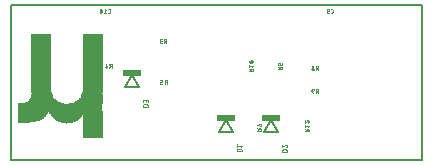
<source format=gbo>
G75*
%MOIN*%
%OFA0B0*%
%FSLAX25Y25*%
%IPPOS*%
%LPD*%
%AMOC8*
5,1,8,0,0,1.08239X$1,22.5*
%
%ADD10C,0.00500*%
%ADD11R,0.06614X0.00138*%
%ADD12R,0.06476X0.00138*%
%ADD13R,0.00138X0.00138*%
%ADD14R,0.03031X0.00138*%
%ADD15R,0.04134X0.00138*%
%ADD16R,0.03858X0.00138*%
%ADD17R,0.05098X0.00138*%
%ADD18R,0.05512X0.00138*%
%ADD19R,0.05787X0.00138*%
%ADD20R,0.06063X0.00138*%
%ADD21R,0.06339X0.00138*%
%ADD22R,0.06890X0.00138*%
%ADD23R,0.07028X0.00138*%
%ADD24R,0.07303X0.00138*%
%ADD25R,0.07579X0.00138*%
%ADD26R,0.07992X0.00138*%
%ADD27R,0.07854X0.00138*%
%ADD28R,0.08406X0.00138*%
%ADD29R,0.08130X0.00138*%
%ADD30R,0.08681X0.00138*%
%ADD31R,0.08268X0.00138*%
%ADD32R,0.08957X0.00138*%
%ADD33R,0.09232X0.00138*%
%ADD34R,0.08543X0.00138*%
%ADD35R,0.09508X0.00138*%
%ADD36R,0.08819X0.00138*%
%ADD37R,0.09783X0.00138*%
%ADD38R,0.09094X0.00138*%
%ADD39R,0.10059X0.00138*%
%ADD40R,0.10197X0.00138*%
%ADD41R,0.09370X0.00138*%
%ADD42R,0.10335X0.00138*%
%ADD43R,0.10610X0.00138*%
%ADD44R,0.09646X0.00138*%
%ADD45R,0.10748X0.00138*%
%ADD46R,0.10886X0.00138*%
%ADD47R,0.09921X0.00138*%
%ADD48R,0.11024X0.00138*%
%ADD49R,0.17638X0.00138*%
%ADD50R,0.17776X0.00138*%
%ADD51R,0.28248X0.00138*%
%ADD52R,0.15433X0.00138*%
%ADD53R,0.14606X0.00138*%
%ADD54R,0.11713X0.00138*%
%ADD55R,0.07717X0.00138*%
%ADD56R,0.07441X0.00138*%
%ADD57R,0.07165X0.00138*%
%ADD58R,0.06752X0.00138*%
%ADD59C,0.00300*%
%ADD60C,0.00800*%
%ADD61R,0.06200X0.02400*%
%ADD62C,0.00100*%
D10*
X0001250Y0001250D02*
X0001250Y0053150D01*
X0138350Y0053150D01*
X0138350Y0001250D01*
X0001250Y0001250D01*
D11*
X0028517Y0008830D03*
X0028517Y0008968D03*
X0028517Y0009106D03*
X0028517Y0009244D03*
X0028517Y0009381D03*
X0028517Y0009519D03*
X0028517Y0009657D03*
X0028517Y0009795D03*
X0028517Y0009933D03*
X0028517Y0010070D03*
X0028517Y0010208D03*
X0028517Y0010346D03*
X0028517Y0010484D03*
X0028517Y0010622D03*
X0028517Y0010759D03*
X0028517Y0010897D03*
X0028517Y0011035D03*
X0028517Y0011173D03*
X0028517Y0011311D03*
X0028517Y0011448D03*
X0028517Y0011586D03*
X0028517Y0011724D03*
X0028517Y0011862D03*
X0028517Y0012000D03*
X0028517Y0012137D03*
X0028517Y0012275D03*
X0028517Y0012413D03*
X0028517Y0012551D03*
X0028517Y0012689D03*
X0028517Y0012826D03*
X0028517Y0012964D03*
X0028517Y0013102D03*
X0028517Y0013240D03*
X0006883Y0014204D03*
D12*
X0028585Y0014204D03*
X0028585Y0014067D03*
X0028585Y0013929D03*
X0028585Y0013791D03*
X0028585Y0013653D03*
X0028585Y0013515D03*
X0028585Y0013378D03*
X0028585Y0014342D03*
X0028585Y0014480D03*
X0028585Y0014618D03*
X0028585Y0014756D03*
X0028585Y0014893D03*
X0028585Y0015031D03*
X0028585Y0015169D03*
X0028585Y0015307D03*
X0028585Y0015444D03*
X0028585Y0015582D03*
X0028585Y0015720D03*
X0028585Y0015858D03*
X0028585Y0015996D03*
X0028585Y0016133D03*
X0028585Y0016271D03*
X0028585Y0016409D03*
X0028585Y0016547D03*
X0028585Y0016685D03*
X0028585Y0016822D03*
D13*
X0019904Y0013515D03*
D14*
X0019835Y0013653D03*
D15*
X0019835Y0013791D03*
D16*
X0005505Y0013791D03*
D17*
X0019767Y0013929D03*
D18*
X0006331Y0013929D03*
D19*
X0019835Y0014067D03*
D20*
X0006607Y0014067D03*
D21*
X0019835Y0014204D03*
D22*
X0019835Y0014342D03*
X0011430Y0023161D03*
X0011430Y0023299D03*
X0011430Y0023437D03*
X0011430Y0023574D03*
X0011430Y0023712D03*
X0028379Y0023712D03*
X0028379Y0023574D03*
X0028379Y0023437D03*
X0028379Y0023299D03*
D23*
X0028310Y0023161D03*
X0028310Y0023023D03*
X0028310Y0022885D03*
X0028310Y0022748D03*
X0011499Y0022748D03*
X0011499Y0022885D03*
X0011499Y0023023D03*
X0007089Y0014342D03*
D24*
X0007227Y0014480D03*
X0019767Y0014480D03*
X0028172Y0022196D03*
X0028172Y0022334D03*
X0011499Y0022472D03*
X0011499Y0022610D03*
D25*
X0011637Y0022059D03*
X0011637Y0021921D03*
X0028034Y0021783D03*
X0019767Y0014618D03*
X0007365Y0014618D03*
D26*
X0019835Y0014756D03*
X0027828Y0021232D03*
X0027828Y0021370D03*
X0011706Y0021645D03*
D27*
X0011637Y0021783D03*
X0027896Y0021507D03*
X0007503Y0014756D03*
D28*
X0007778Y0015169D03*
X0019767Y0014893D03*
X0027621Y0020956D03*
X0011774Y0021370D03*
D29*
X0007641Y0014893D03*
D30*
X0019767Y0015031D03*
D31*
X0007709Y0015031D03*
X0011706Y0021507D03*
X0027690Y0021094D03*
D32*
X0019767Y0015169D03*
X0008054Y0015582D03*
D33*
X0008192Y0015858D03*
X0019767Y0015307D03*
D34*
X0007847Y0015307D03*
X0011706Y0021232D03*
X0027552Y0020819D03*
D35*
X0019767Y0015582D03*
X0019767Y0015444D03*
X0008330Y0016133D03*
X0008330Y0016271D03*
D36*
X0007985Y0015444D03*
X0011843Y0021094D03*
X0027414Y0020681D03*
D37*
X0019767Y0015720D03*
X0008467Y0016547D03*
D38*
X0008123Y0015720D03*
X0011843Y0020956D03*
X0027276Y0020543D03*
D39*
X0019767Y0015858D03*
X0008605Y0016960D03*
X0008605Y0017098D03*
D40*
X0008674Y0017236D03*
X0008674Y0017374D03*
X0011981Y0020543D03*
X0019698Y0015996D03*
X0026725Y0020130D03*
D41*
X0027139Y0020405D03*
X0011843Y0020819D03*
X0008261Y0015996D03*
D42*
X0019767Y0016133D03*
D43*
X0019767Y0016271D03*
X0019767Y0016409D03*
D44*
X0027001Y0020267D03*
X0011843Y0020681D03*
X0008398Y0016409D03*
D45*
X0011981Y0020405D03*
X0019698Y0016547D03*
D46*
X0019767Y0016685D03*
D47*
X0008536Y0016685D03*
X0008536Y0016822D03*
D48*
X0019698Y0016822D03*
X0026312Y0019992D03*
D49*
X0023005Y0016960D03*
D50*
X0022936Y0017098D03*
X0022936Y0017236D03*
X0022936Y0017374D03*
D51*
X0017700Y0017511D03*
X0017700Y0017649D03*
X0017700Y0017787D03*
X0017700Y0017925D03*
X0017700Y0018063D03*
X0017700Y0018200D03*
X0017700Y0018338D03*
X0017700Y0018476D03*
X0017700Y0018614D03*
X0017700Y0018752D03*
X0017700Y0018889D03*
X0017700Y0019027D03*
X0017700Y0019165D03*
X0017700Y0019303D03*
X0017700Y0019441D03*
X0017700Y0019578D03*
X0017700Y0019716D03*
X0017700Y0019854D03*
D52*
X0011292Y0019992D03*
D53*
X0010879Y0020130D03*
D54*
X0011774Y0020267D03*
D55*
X0027965Y0021645D03*
D56*
X0028103Y0021921D03*
X0028103Y0022059D03*
X0011568Y0022196D03*
X0011568Y0022334D03*
D57*
X0028241Y0022472D03*
X0028241Y0022610D03*
D58*
X0028448Y0023850D03*
X0028448Y0023988D03*
X0028448Y0024126D03*
X0028448Y0024263D03*
X0028448Y0024401D03*
X0028448Y0024539D03*
X0028448Y0024677D03*
X0028448Y0024815D03*
X0028448Y0024952D03*
X0028448Y0025090D03*
X0028448Y0025228D03*
X0028448Y0025366D03*
X0028448Y0025504D03*
X0028448Y0025641D03*
X0028448Y0025779D03*
X0028448Y0025917D03*
X0028448Y0026055D03*
X0028448Y0026193D03*
X0028448Y0026330D03*
X0028448Y0026468D03*
X0028448Y0026606D03*
X0028448Y0026744D03*
X0028448Y0026881D03*
X0028448Y0027019D03*
X0028448Y0027157D03*
X0028448Y0027295D03*
X0028448Y0027433D03*
X0028448Y0027570D03*
X0028448Y0027708D03*
X0028448Y0027846D03*
X0028448Y0027984D03*
X0028448Y0028122D03*
X0028448Y0028259D03*
X0028448Y0028397D03*
X0028448Y0028535D03*
X0028448Y0028673D03*
X0028448Y0028811D03*
X0028448Y0028948D03*
X0028448Y0029086D03*
X0028448Y0029224D03*
X0028448Y0029362D03*
X0028448Y0029500D03*
X0028448Y0029637D03*
X0028448Y0029775D03*
X0028448Y0029913D03*
X0028448Y0030051D03*
X0028448Y0030189D03*
X0028448Y0030326D03*
X0028448Y0030464D03*
X0028448Y0030602D03*
X0028448Y0030740D03*
X0028448Y0030878D03*
X0028448Y0031015D03*
X0028448Y0031153D03*
X0028448Y0031291D03*
X0028448Y0031429D03*
X0028448Y0031567D03*
X0028448Y0031704D03*
X0028448Y0031842D03*
X0028448Y0031980D03*
X0028448Y0032118D03*
X0028448Y0032256D03*
X0028448Y0032393D03*
X0028448Y0032531D03*
X0028448Y0032669D03*
X0028448Y0032807D03*
X0028448Y0032944D03*
X0028448Y0033082D03*
X0028448Y0033220D03*
X0028448Y0033358D03*
X0028448Y0033496D03*
X0028448Y0033633D03*
X0028448Y0033771D03*
X0028448Y0033909D03*
X0028448Y0034047D03*
X0028448Y0034185D03*
X0028448Y0034322D03*
X0028448Y0034460D03*
X0028448Y0034598D03*
X0028448Y0034736D03*
X0028448Y0034874D03*
X0028448Y0035011D03*
X0028448Y0035149D03*
X0028448Y0035287D03*
X0028448Y0035425D03*
X0028448Y0035563D03*
X0028448Y0035700D03*
X0028448Y0035838D03*
X0028448Y0035976D03*
X0028448Y0036114D03*
X0028448Y0036252D03*
X0028448Y0036389D03*
X0028448Y0036527D03*
X0028448Y0036665D03*
X0028448Y0036803D03*
X0028448Y0036941D03*
X0028448Y0037078D03*
X0028448Y0037216D03*
X0028448Y0037354D03*
X0028448Y0037492D03*
X0028448Y0037630D03*
X0028448Y0037767D03*
X0028448Y0037905D03*
X0028448Y0038043D03*
X0028448Y0038181D03*
X0028448Y0038319D03*
X0028448Y0038456D03*
X0028448Y0038594D03*
X0028448Y0038732D03*
X0028448Y0038870D03*
X0028448Y0039007D03*
X0028448Y0039145D03*
X0028448Y0039283D03*
X0028448Y0039421D03*
X0028448Y0039559D03*
X0028448Y0039696D03*
X0028448Y0039834D03*
X0028448Y0039972D03*
X0028448Y0040110D03*
X0028448Y0040248D03*
X0028448Y0040385D03*
X0028448Y0040523D03*
X0028448Y0040661D03*
X0028448Y0040799D03*
X0028448Y0040937D03*
X0028448Y0041074D03*
X0028448Y0041212D03*
X0028448Y0041350D03*
X0028448Y0041488D03*
X0028448Y0041626D03*
X0028448Y0041763D03*
X0028448Y0041901D03*
X0028448Y0042039D03*
X0028448Y0042177D03*
X0028448Y0042315D03*
X0028448Y0042452D03*
X0028448Y0042590D03*
X0028448Y0042728D03*
X0028448Y0042866D03*
X0028448Y0043004D03*
X0011361Y0043004D03*
X0011361Y0042866D03*
X0011361Y0042728D03*
X0011361Y0042590D03*
X0011361Y0042452D03*
X0011361Y0042315D03*
X0011361Y0042177D03*
X0011361Y0042039D03*
X0011361Y0041901D03*
X0011361Y0041763D03*
X0011361Y0041626D03*
X0011361Y0041488D03*
X0011361Y0041350D03*
X0011361Y0041212D03*
X0011361Y0041074D03*
X0011361Y0040937D03*
X0011361Y0040799D03*
X0011361Y0040661D03*
X0011361Y0040523D03*
X0011361Y0040385D03*
X0011361Y0040248D03*
X0011361Y0040110D03*
X0011361Y0039972D03*
X0011361Y0039834D03*
X0011361Y0039696D03*
X0011361Y0039559D03*
X0011361Y0039421D03*
X0011361Y0039283D03*
X0011361Y0039145D03*
X0011361Y0039007D03*
X0011361Y0038870D03*
X0011361Y0038732D03*
X0011361Y0038594D03*
X0011361Y0038456D03*
X0011361Y0038319D03*
X0011361Y0038181D03*
X0011361Y0038043D03*
X0011361Y0037905D03*
X0011361Y0037767D03*
X0011361Y0037630D03*
X0011361Y0037492D03*
X0011361Y0037354D03*
X0011361Y0037216D03*
X0011361Y0037078D03*
X0011361Y0036941D03*
X0011361Y0036803D03*
X0011361Y0036665D03*
X0011361Y0036527D03*
X0011361Y0036389D03*
X0011361Y0036252D03*
X0011361Y0036114D03*
X0011361Y0035976D03*
X0011361Y0035838D03*
X0011361Y0035700D03*
X0011361Y0035563D03*
X0011361Y0035425D03*
X0011361Y0035287D03*
X0011361Y0035149D03*
X0011361Y0035011D03*
X0011361Y0034874D03*
X0011361Y0034736D03*
X0011361Y0034598D03*
X0011361Y0034460D03*
X0011361Y0034322D03*
X0011361Y0034185D03*
X0011361Y0034047D03*
X0011361Y0033909D03*
X0011361Y0033771D03*
X0011361Y0033633D03*
X0011361Y0033496D03*
X0011361Y0033358D03*
X0011361Y0033220D03*
X0011361Y0033082D03*
X0011361Y0032944D03*
X0011361Y0032807D03*
X0011361Y0032669D03*
X0011361Y0032531D03*
X0011361Y0032393D03*
X0011361Y0032256D03*
X0011361Y0032118D03*
X0011361Y0031980D03*
X0011361Y0031842D03*
X0011361Y0031704D03*
X0011361Y0031567D03*
X0011361Y0031429D03*
X0011361Y0031291D03*
X0011361Y0031153D03*
X0011361Y0031015D03*
X0011361Y0030878D03*
X0011361Y0030740D03*
X0011361Y0030602D03*
X0011361Y0030464D03*
X0011361Y0030326D03*
X0011361Y0030189D03*
X0011361Y0030051D03*
X0011361Y0029913D03*
X0011361Y0029775D03*
X0011361Y0029637D03*
X0011361Y0029500D03*
X0011361Y0029362D03*
X0011361Y0029224D03*
X0011361Y0029086D03*
X0011361Y0028948D03*
X0011361Y0028811D03*
X0011361Y0028673D03*
X0011361Y0028535D03*
X0011361Y0028397D03*
X0011361Y0028259D03*
X0011361Y0028122D03*
X0011361Y0027984D03*
X0011361Y0027846D03*
X0011361Y0027708D03*
X0011361Y0027570D03*
X0011361Y0027433D03*
X0011361Y0027295D03*
X0011361Y0027157D03*
X0011361Y0027019D03*
X0011361Y0026881D03*
X0011361Y0026744D03*
X0011361Y0026606D03*
X0011361Y0026468D03*
X0011361Y0026330D03*
X0011361Y0026193D03*
X0011361Y0026055D03*
X0011361Y0025917D03*
X0011361Y0025779D03*
X0011361Y0025641D03*
X0011361Y0025504D03*
X0011361Y0025366D03*
X0011361Y0025228D03*
X0011361Y0025090D03*
X0011361Y0024952D03*
X0011361Y0024815D03*
X0011361Y0024677D03*
X0011361Y0024539D03*
X0011361Y0024401D03*
X0011361Y0024263D03*
X0011361Y0024126D03*
X0011361Y0023988D03*
X0011361Y0023850D03*
D59*
X0032603Y0032468D02*
X0033326Y0032468D01*
X0033037Y0033479D01*
X0032820Y0032757D02*
X0032820Y0032179D01*
X0034028Y0032179D02*
X0034317Y0032757D01*
X0034389Y0032757D02*
X0034750Y0032757D01*
X0034389Y0032757D02*
X0034351Y0032759D01*
X0034314Y0032765D01*
X0034277Y0032775D01*
X0034242Y0032788D01*
X0034209Y0032805D01*
X0034177Y0032826D01*
X0034147Y0032850D01*
X0034121Y0032876D01*
X0034097Y0032906D01*
X0034076Y0032938D01*
X0034059Y0032971D01*
X0034046Y0033006D01*
X0034036Y0033043D01*
X0034030Y0033080D01*
X0034028Y0033118D01*
X0034030Y0033156D01*
X0034036Y0033193D01*
X0034046Y0033230D01*
X0034059Y0033265D01*
X0034076Y0033299D01*
X0034097Y0033330D01*
X0034121Y0033360D01*
X0034147Y0033386D01*
X0034177Y0033410D01*
X0034209Y0033431D01*
X0034242Y0033448D01*
X0034277Y0033461D01*
X0034314Y0033471D01*
X0034351Y0033477D01*
X0034389Y0033479D01*
X0034750Y0033479D01*
X0034750Y0032179D01*
X0050977Y0028000D02*
X0051699Y0028000D01*
X0051699Y0027422D01*
X0051266Y0027422D01*
X0051234Y0027420D01*
X0051202Y0027415D01*
X0051171Y0027406D01*
X0051141Y0027393D01*
X0051112Y0027378D01*
X0051086Y0027359D01*
X0051062Y0027337D01*
X0051040Y0027313D01*
X0051021Y0027287D01*
X0051006Y0027258D01*
X0050993Y0027228D01*
X0050984Y0027197D01*
X0050979Y0027165D01*
X0050977Y0027133D01*
X0050977Y0026989D01*
X0050979Y0026957D01*
X0050984Y0026925D01*
X0050993Y0026894D01*
X0051006Y0026864D01*
X0051021Y0026835D01*
X0051040Y0026809D01*
X0051062Y0026785D01*
X0051086Y0026763D01*
X0051112Y0026744D01*
X0051141Y0026729D01*
X0051171Y0026716D01*
X0051202Y0026707D01*
X0051234Y0026702D01*
X0051266Y0026700D01*
X0051699Y0026700D01*
X0052401Y0026700D02*
X0052690Y0027278D01*
X0052762Y0027278D02*
X0053123Y0027278D01*
X0052762Y0027278D02*
X0052724Y0027280D01*
X0052687Y0027286D01*
X0052650Y0027296D01*
X0052615Y0027309D01*
X0052582Y0027326D01*
X0052550Y0027347D01*
X0052520Y0027371D01*
X0052494Y0027397D01*
X0052470Y0027427D01*
X0052449Y0027459D01*
X0052432Y0027492D01*
X0052419Y0027527D01*
X0052409Y0027564D01*
X0052403Y0027601D01*
X0052401Y0027639D01*
X0052403Y0027677D01*
X0052409Y0027714D01*
X0052419Y0027751D01*
X0052432Y0027786D01*
X0052449Y0027820D01*
X0052470Y0027851D01*
X0052494Y0027881D01*
X0052520Y0027907D01*
X0052550Y0027931D01*
X0052582Y0027952D01*
X0052615Y0027969D01*
X0052650Y0027982D01*
X0052687Y0027992D01*
X0052724Y0027998D01*
X0052762Y0028000D01*
X0053123Y0028000D01*
X0053123Y0026700D01*
X0080600Y0030957D02*
X0081900Y0030957D01*
X0081900Y0031318D01*
X0081898Y0031356D01*
X0081892Y0031393D01*
X0081882Y0031430D01*
X0081869Y0031465D01*
X0081852Y0031499D01*
X0081831Y0031530D01*
X0081807Y0031560D01*
X0081781Y0031586D01*
X0081751Y0031610D01*
X0081720Y0031631D01*
X0081686Y0031648D01*
X0081651Y0031661D01*
X0081614Y0031671D01*
X0081577Y0031677D01*
X0081539Y0031679D01*
X0081501Y0031677D01*
X0081464Y0031671D01*
X0081427Y0031661D01*
X0081392Y0031648D01*
X0081359Y0031631D01*
X0081327Y0031610D01*
X0081297Y0031586D01*
X0081271Y0031560D01*
X0081247Y0031530D01*
X0081226Y0031499D01*
X0081209Y0031465D01*
X0081196Y0031430D01*
X0081186Y0031393D01*
X0081180Y0031356D01*
X0081178Y0031318D01*
X0081178Y0030957D01*
X0081178Y0031390D02*
X0080600Y0031679D01*
X0080600Y0032381D02*
X0080600Y0033103D01*
X0080600Y0032742D02*
X0081900Y0032742D01*
X0081611Y0032381D01*
X0081250Y0034543D02*
X0081189Y0034541D01*
X0081129Y0034536D01*
X0081069Y0034528D01*
X0081009Y0034516D01*
X0080950Y0034500D01*
X0080893Y0034482D01*
X0080836Y0034460D01*
X0080781Y0034435D01*
X0080780Y0034435D02*
X0080753Y0034423D01*
X0080726Y0034409D01*
X0080701Y0034392D01*
X0080679Y0034372D01*
X0080659Y0034349D01*
X0080641Y0034325D01*
X0080627Y0034298D01*
X0080615Y0034271D01*
X0080607Y0034242D01*
X0080602Y0034212D01*
X0080600Y0034182D01*
X0080602Y0034152D01*
X0080607Y0034122D01*
X0080615Y0034093D01*
X0080627Y0034066D01*
X0080641Y0034039D01*
X0080659Y0034015D01*
X0080679Y0033992D01*
X0080701Y0033972D01*
X0080726Y0033955D01*
X0080753Y0033941D01*
X0080780Y0033929D01*
X0080889Y0033893D02*
X0081611Y0034471D01*
X0081720Y0034435D02*
X0081747Y0034423D01*
X0081774Y0034409D01*
X0081799Y0034392D01*
X0081821Y0034372D01*
X0081841Y0034349D01*
X0081859Y0034325D01*
X0081873Y0034298D01*
X0081885Y0034271D01*
X0081893Y0034242D01*
X0081898Y0034212D01*
X0081900Y0034182D01*
X0081898Y0034152D01*
X0081893Y0034122D01*
X0081885Y0034093D01*
X0081873Y0034066D01*
X0081859Y0034039D01*
X0081841Y0034015D01*
X0081821Y0033992D01*
X0081799Y0033972D01*
X0081774Y0033955D01*
X0081747Y0033941D01*
X0081720Y0033929D01*
X0081719Y0034435D02*
X0081664Y0034460D01*
X0081607Y0034482D01*
X0081550Y0034500D01*
X0081491Y0034516D01*
X0081431Y0034528D01*
X0081371Y0034536D01*
X0081311Y0034541D01*
X0081250Y0034543D01*
X0081250Y0033821D02*
X0081311Y0033823D01*
X0081371Y0033828D01*
X0081431Y0033836D01*
X0081491Y0033848D01*
X0081550Y0033864D01*
X0081607Y0033882D01*
X0081664Y0033904D01*
X0081719Y0033929D01*
X0081250Y0033822D02*
X0081189Y0033824D01*
X0081129Y0033829D01*
X0081069Y0033837D01*
X0081009Y0033849D01*
X0080950Y0033865D01*
X0080893Y0033883D01*
X0080836Y0033905D01*
X0080781Y0033930D01*
X0090300Y0032299D02*
X0090878Y0032010D01*
X0090878Y0031938D02*
X0090878Y0031577D01*
X0090878Y0031938D02*
X0090880Y0031976D01*
X0090886Y0032013D01*
X0090896Y0032050D01*
X0090909Y0032085D01*
X0090926Y0032119D01*
X0090947Y0032150D01*
X0090971Y0032180D01*
X0090997Y0032206D01*
X0091027Y0032230D01*
X0091059Y0032251D01*
X0091092Y0032268D01*
X0091127Y0032281D01*
X0091164Y0032291D01*
X0091201Y0032297D01*
X0091239Y0032299D01*
X0091277Y0032297D01*
X0091314Y0032291D01*
X0091351Y0032281D01*
X0091386Y0032268D01*
X0091420Y0032251D01*
X0091451Y0032230D01*
X0091481Y0032206D01*
X0091507Y0032180D01*
X0091531Y0032150D01*
X0091552Y0032119D01*
X0091569Y0032085D01*
X0091582Y0032050D01*
X0091592Y0032013D01*
X0091598Y0031976D01*
X0091600Y0031938D01*
X0091600Y0031577D01*
X0090300Y0031577D01*
X0090661Y0033001D02*
X0091022Y0033001D01*
X0091022Y0033434D01*
X0091022Y0033001D02*
X0091070Y0033003D01*
X0091117Y0033009D01*
X0091164Y0033019D01*
X0091210Y0033032D01*
X0091254Y0033050D01*
X0091297Y0033071D01*
X0091338Y0033095D01*
X0091377Y0033123D01*
X0091413Y0033154D01*
X0091447Y0033188D01*
X0091478Y0033224D01*
X0091506Y0033263D01*
X0091530Y0033304D01*
X0091551Y0033347D01*
X0091569Y0033391D01*
X0091582Y0033437D01*
X0091592Y0033484D01*
X0091598Y0033531D01*
X0091600Y0033579D01*
X0090733Y0033723D02*
X0090661Y0033723D01*
X0090733Y0033723D02*
X0090765Y0033721D01*
X0090797Y0033716D01*
X0090828Y0033707D01*
X0090858Y0033694D01*
X0090887Y0033679D01*
X0090913Y0033660D01*
X0090937Y0033638D01*
X0090959Y0033614D01*
X0090978Y0033588D01*
X0090993Y0033559D01*
X0091006Y0033529D01*
X0091015Y0033498D01*
X0091020Y0033466D01*
X0091022Y0033434D01*
X0090661Y0033723D02*
X0090623Y0033721D01*
X0090586Y0033715D01*
X0090549Y0033705D01*
X0090514Y0033692D01*
X0090481Y0033675D01*
X0090449Y0033654D01*
X0090419Y0033630D01*
X0090393Y0033604D01*
X0090369Y0033574D01*
X0090348Y0033543D01*
X0090331Y0033509D01*
X0090318Y0033474D01*
X0090308Y0033437D01*
X0090302Y0033400D01*
X0090300Y0033362D01*
X0090302Y0033324D01*
X0090308Y0033287D01*
X0090318Y0033250D01*
X0090331Y0033215D01*
X0090348Y0033182D01*
X0090369Y0033150D01*
X0090393Y0033120D01*
X0090419Y0033094D01*
X0090449Y0033070D01*
X0090481Y0033049D01*
X0090514Y0033032D01*
X0090549Y0033019D01*
X0090586Y0033009D01*
X0090623Y0033003D01*
X0090661Y0033001D01*
X0101449Y0032311D02*
X0101451Y0032279D01*
X0101456Y0032247D01*
X0101465Y0032216D01*
X0101478Y0032186D01*
X0101493Y0032157D01*
X0101512Y0032131D01*
X0101534Y0032107D01*
X0101558Y0032085D01*
X0101584Y0032066D01*
X0101613Y0032051D01*
X0101643Y0032038D01*
X0101674Y0032029D01*
X0101706Y0032024D01*
X0101738Y0032022D01*
X0101770Y0032024D01*
X0101802Y0032029D01*
X0101833Y0032038D01*
X0101863Y0032051D01*
X0101892Y0032066D01*
X0101918Y0032085D01*
X0101942Y0032107D01*
X0101964Y0032131D01*
X0101983Y0032157D01*
X0101998Y0032186D01*
X0102011Y0032216D01*
X0102020Y0032247D01*
X0102025Y0032279D01*
X0102027Y0032311D01*
X0102025Y0032343D01*
X0102020Y0032375D01*
X0102011Y0032406D01*
X0101998Y0032436D01*
X0101983Y0032465D01*
X0101964Y0032491D01*
X0101942Y0032515D01*
X0101918Y0032537D01*
X0101892Y0032556D01*
X0101863Y0032571D01*
X0101833Y0032584D01*
X0101802Y0032593D01*
X0101770Y0032598D01*
X0101738Y0032600D01*
X0101706Y0032598D01*
X0101674Y0032593D01*
X0101643Y0032584D01*
X0101613Y0032571D01*
X0101584Y0032556D01*
X0101558Y0032537D01*
X0101534Y0032515D01*
X0101512Y0032491D01*
X0101493Y0032465D01*
X0101478Y0032436D01*
X0101465Y0032406D01*
X0101456Y0032375D01*
X0101451Y0032343D01*
X0101449Y0032311D01*
X0101377Y0031661D02*
X0101379Y0031623D01*
X0101385Y0031586D01*
X0101395Y0031549D01*
X0101408Y0031514D01*
X0101425Y0031481D01*
X0101446Y0031449D01*
X0101470Y0031419D01*
X0101496Y0031393D01*
X0101526Y0031369D01*
X0101558Y0031348D01*
X0101591Y0031331D01*
X0101626Y0031318D01*
X0101663Y0031308D01*
X0101700Y0031302D01*
X0101738Y0031300D01*
X0101776Y0031302D01*
X0101813Y0031308D01*
X0101850Y0031318D01*
X0101885Y0031331D01*
X0101919Y0031348D01*
X0101950Y0031369D01*
X0101980Y0031393D01*
X0102006Y0031419D01*
X0102030Y0031449D01*
X0102051Y0031481D01*
X0102068Y0031514D01*
X0102081Y0031549D01*
X0102091Y0031586D01*
X0102097Y0031623D01*
X0102099Y0031661D01*
X0102097Y0031699D01*
X0102091Y0031736D01*
X0102081Y0031773D01*
X0102068Y0031808D01*
X0102051Y0031842D01*
X0102030Y0031873D01*
X0102006Y0031903D01*
X0101980Y0031929D01*
X0101950Y0031953D01*
X0101919Y0031974D01*
X0101885Y0031991D01*
X0101850Y0032004D01*
X0101813Y0032014D01*
X0101776Y0032020D01*
X0101738Y0032022D01*
X0101700Y0032020D01*
X0101663Y0032014D01*
X0101626Y0032004D01*
X0101591Y0031991D01*
X0101558Y0031974D01*
X0101526Y0031953D01*
X0101496Y0031929D01*
X0101470Y0031903D01*
X0101446Y0031873D01*
X0101425Y0031842D01*
X0101408Y0031808D01*
X0101395Y0031773D01*
X0101385Y0031736D01*
X0101379Y0031699D01*
X0101377Y0031661D01*
X0102801Y0031300D02*
X0103090Y0031878D01*
X0103162Y0031878D02*
X0103523Y0031878D01*
X0103162Y0031878D02*
X0103124Y0031880D01*
X0103087Y0031886D01*
X0103050Y0031896D01*
X0103015Y0031909D01*
X0102982Y0031926D01*
X0102950Y0031947D01*
X0102920Y0031971D01*
X0102894Y0031997D01*
X0102870Y0032027D01*
X0102849Y0032059D01*
X0102832Y0032092D01*
X0102819Y0032127D01*
X0102809Y0032164D01*
X0102803Y0032201D01*
X0102801Y0032239D01*
X0102803Y0032277D01*
X0102809Y0032314D01*
X0102819Y0032351D01*
X0102832Y0032386D01*
X0102849Y0032420D01*
X0102870Y0032451D01*
X0102894Y0032481D01*
X0102920Y0032507D01*
X0102950Y0032531D01*
X0102982Y0032552D01*
X0103015Y0032569D01*
X0103050Y0032582D01*
X0103087Y0032592D01*
X0103124Y0032598D01*
X0103162Y0032600D01*
X0103523Y0032600D01*
X0103523Y0031300D01*
X0103523Y0025100D02*
X0103162Y0025100D01*
X0103124Y0025098D01*
X0103087Y0025092D01*
X0103050Y0025082D01*
X0103015Y0025069D01*
X0102982Y0025052D01*
X0102950Y0025031D01*
X0102920Y0025007D01*
X0102894Y0024981D01*
X0102870Y0024951D01*
X0102849Y0024920D01*
X0102832Y0024886D01*
X0102819Y0024851D01*
X0102809Y0024814D01*
X0102803Y0024777D01*
X0102801Y0024739D01*
X0102803Y0024701D01*
X0102809Y0024664D01*
X0102819Y0024627D01*
X0102832Y0024592D01*
X0102849Y0024559D01*
X0102870Y0024527D01*
X0102894Y0024497D01*
X0102920Y0024471D01*
X0102950Y0024447D01*
X0102982Y0024426D01*
X0103015Y0024409D01*
X0103050Y0024396D01*
X0103087Y0024386D01*
X0103124Y0024380D01*
X0103162Y0024378D01*
X0103523Y0024378D01*
X0103090Y0024378D02*
X0102801Y0023800D01*
X0103523Y0023800D02*
X0103523Y0025100D01*
X0102099Y0024739D02*
X0102099Y0024667D01*
X0102097Y0024635D01*
X0102092Y0024603D01*
X0102083Y0024572D01*
X0102070Y0024542D01*
X0102055Y0024513D01*
X0102036Y0024487D01*
X0102014Y0024463D01*
X0101990Y0024441D01*
X0101964Y0024422D01*
X0101935Y0024407D01*
X0101905Y0024394D01*
X0101874Y0024385D01*
X0101842Y0024380D01*
X0101810Y0024378D01*
X0101377Y0024378D01*
X0101377Y0024739D01*
X0101379Y0024777D01*
X0101385Y0024814D01*
X0101395Y0024851D01*
X0101408Y0024886D01*
X0101425Y0024920D01*
X0101446Y0024951D01*
X0101470Y0024981D01*
X0101496Y0025007D01*
X0101526Y0025031D01*
X0101558Y0025052D01*
X0101591Y0025069D01*
X0101626Y0025082D01*
X0101663Y0025092D01*
X0101700Y0025098D01*
X0101738Y0025100D01*
X0101776Y0025098D01*
X0101813Y0025092D01*
X0101850Y0025082D01*
X0101885Y0025069D01*
X0101919Y0025052D01*
X0101950Y0025031D01*
X0101980Y0025007D01*
X0102006Y0024981D01*
X0102030Y0024951D01*
X0102051Y0024920D01*
X0102068Y0024886D01*
X0102081Y0024851D01*
X0102091Y0024814D01*
X0102097Y0024777D01*
X0102099Y0024739D01*
X0101376Y0024378D02*
X0101378Y0024333D01*
X0101383Y0024288D01*
X0101392Y0024243D01*
X0101404Y0024199D01*
X0101420Y0024157D01*
X0101439Y0024116D01*
X0101461Y0024076D01*
X0101486Y0024038D01*
X0101514Y0024003D01*
X0101545Y0023969D01*
X0101579Y0023938D01*
X0101614Y0023910D01*
X0101652Y0023885D01*
X0101692Y0023863D01*
X0101733Y0023844D01*
X0101775Y0023828D01*
X0101819Y0023816D01*
X0101864Y0023807D01*
X0101909Y0023802D01*
X0101954Y0023800D01*
X0099822Y0014435D02*
X0099100Y0013821D01*
X0099100Y0014543D01*
X0100111Y0013820D02*
X0100146Y0013833D01*
X0100180Y0013850D01*
X0100212Y0013869D01*
X0100242Y0013891D01*
X0100271Y0013916D01*
X0100297Y0013943D01*
X0100320Y0013972D01*
X0100341Y0014003D01*
X0100359Y0014037D01*
X0100373Y0014071D01*
X0100385Y0014107D01*
X0100393Y0014143D01*
X0100398Y0014181D01*
X0100400Y0014218D01*
X0100398Y0014252D01*
X0100393Y0014286D01*
X0100384Y0014318D01*
X0100372Y0014350D01*
X0100356Y0014381D01*
X0100338Y0014409D01*
X0100317Y0014435D01*
X0100292Y0014460D01*
X0100266Y0014481D01*
X0100238Y0014499D01*
X0100207Y0014515D01*
X0100175Y0014527D01*
X0100143Y0014536D01*
X0100109Y0014541D01*
X0100075Y0014543D01*
X0100040Y0014541D01*
X0100005Y0014536D01*
X0099971Y0014527D01*
X0099938Y0014515D01*
X0099906Y0014499D01*
X0099876Y0014481D01*
X0099848Y0014459D01*
X0099822Y0014435D01*
X0099100Y0013103D02*
X0099100Y0012381D01*
X0099100Y0012742D02*
X0100400Y0012742D01*
X0100111Y0012381D01*
X0099678Y0011390D02*
X0099100Y0011679D01*
X0099678Y0011318D02*
X0099678Y0010957D01*
X0099678Y0011318D02*
X0099680Y0011356D01*
X0099686Y0011393D01*
X0099696Y0011430D01*
X0099709Y0011465D01*
X0099726Y0011499D01*
X0099747Y0011530D01*
X0099771Y0011560D01*
X0099797Y0011586D01*
X0099827Y0011610D01*
X0099859Y0011631D01*
X0099892Y0011648D01*
X0099927Y0011661D01*
X0099964Y0011671D01*
X0100001Y0011677D01*
X0100039Y0011679D01*
X0100077Y0011677D01*
X0100114Y0011671D01*
X0100151Y0011661D01*
X0100186Y0011648D01*
X0100220Y0011631D01*
X0100251Y0011610D01*
X0100281Y0011586D01*
X0100307Y0011560D01*
X0100331Y0011530D01*
X0100352Y0011499D01*
X0100369Y0011465D01*
X0100382Y0011430D01*
X0100392Y0011393D01*
X0100398Y0011356D01*
X0100400Y0011318D01*
X0100400Y0010957D01*
X0099100Y0010957D01*
X0084400Y0011177D02*
X0084400Y0011538D01*
X0084398Y0011576D01*
X0084392Y0011613D01*
X0084382Y0011650D01*
X0084369Y0011685D01*
X0084352Y0011719D01*
X0084331Y0011750D01*
X0084307Y0011780D01*
X0084281Y0011806D01*
X0084251Y0011830D01*
X0084220Y0011851D01*
X0084186Y0011868D01*
X0084151Y0011881D01*
X0084114Y0011891D01*
X0084077Y0011897D01*
X0084039Y0011899D01*
X0084001Y0011897D01*
X0083964Y0011891D01*
X0083927Y0011881D01*
X0083892Y0011868D01*
X0083859Y0011851D01*
X0083827Y0011830D01*
X0083797Y0011806D01*
X0083771Y0011780D01*
X0083747Y0011750D01*
X0083726Y0011719D01*
X0083709Y0011685D01*
X0083696Y0011650D01*
X0083686Y0011613D01*
X0083680Y0011576D01*
X0083678Y0011538D01*
X0083678Y0011177D01*
X0083678Y0011610D02*
X0083100Y0011899D01*
X0083100Y0011177D02*
X0084400Y0011177D01*
X0084400Y0012601D02*
X0084400Y0013323D01*
X0083100Y0012962D01*
X0084256Y0012601D02*
X0084400Y0012601D01*
X0053023Y0040400D02*
X0053023Y0041700D01*
X0052662Y0041700D01*
X0052624Y0041698D01*
X0052587Y0041692D01*
X0052550Y0041682D01*
X0052515Y0041669D01*
X0052482Y0041652D01*
X0052450Y0041631D01*
X0052420Y0041607D01*
X0052394Y0041581D01*
X0052370Y0041551D01*
X0052349Y0041520D01*
X0052332Y0041486D01*
X0052319Y0041451D01*
X0052309Y0041414D01*
X0052303Y0041377D01*
X0052301Y0041339D01*
X0052303Y0041301D01*
X0052309Y0041264D01*
X0052319Y0041227D01*
X0052332Y0041192D01*
X0052349Y0041159D01*
X0052370Y0041127D01*
X0052394Y0041097D01*
X0052420Y0041071D01*
X0052450Y0041047D01*
X0052482Y0041026D01*
X0052515Y0041009D01*
X0052550Y0040996D01*
X0052587Y0040986D01*
X0052624Y0040980D01*
X0052662Y0040978D01*
X0053023Y0040978D01*
X0052590Y0040978D02*
X0052301Y0040400D01*
X0051599Y0040400D02*
X0051238Y0040400D01*
X0051200Y0040402D01*
X0051163Y0040408D01*
X0051126Y0040418D01*
X0051091Y0040431D01*
X0051058Y0040448D01*
X0051026Y0040469D01*
X0050996Y0040493D01*
X0050970Y0040519D01*
X0050946Y0040549D01*
X0050925Y0040581D01*
X0050908Y0040614D01*
X0050895Y0040649D01*
X0050885Y0040686D01*
X0050879Y0040723D01*
X0050877Y0040761D01*
X0050879Y0040799D01*
X0050885Y0040836D01*
X0050895Y0040873D01*
X0050908Y0040908D01*
X0050925Y0040942D01*
X0050946Y0040973D01*
X0050970Y0041003D01*
X0050996Y0041029D01*
X0051026Y0041053D01*
X0051058Y0041074D01*
X0051091Y0041091D01*
X0051126Y0041104D01*
X0051163Y0041114D01*
X0051200Y0041120D01*
X0051238Y0041122D01*
X0051166Y0041122D02*
X0051454Y0041122D01*
X0051166Y0041122D02*
X0051134Y0041124D01*
X0051102Y0041129D01*
X0051071Y0041138D01*
X0051041Y0041151D01*
X0051012Y0041166D01*
X0050986Y0041185D01*
X0050962Y0041207D01*
X0050940Y0041231D01*
X0050921Y0041257D01*
X0050906Y0041286D01*
X0050893Y0041316D01*
X0050884Y0041347D01*
X0050879Y0041379D01*
X0050877Y0041411D01*
X0050879Y0041443D01*
X0050884Y0041475D01*
X0050893Y0041506D01*
X0050906Y0041536D01*
X0050921Y0041565D01*
X0050940Y0041591D01*
X0050962Y0041615D01*
X0050986Y0041637D01*
X0051012Y0041656D01*
X0051041Y0041671D01*
X0051071Y0041684D01*
X0051102Y0041693D01*
X0051134Y0041698D01*
X0051166Y0041700D01*
X0051599Y0041700D01*
X0033846Y0050400D02*
X0033557Y0050400D01*
X0033846Y0050400D02*
X0033878Y0050402D01*
X0033910Y0050407D01*
X0033941Y0050416D01*
X0033971Y0050429D01*
X0034000Y0050444D01*
X0034026Y0050463D01*
X0034050Y0050485D01*
X0034072Y0050509D01*
X0034091Y0050535D01*
X0034106Y0050564D01*
X0034119Y0050594D01*
X0034128Y0050625D01*
X0034133Y0050657D01*
X0034135Y0050689D01*
X0034135Y0051411D01*
X0034133Y0051443D01*
X0034128Y0051475D01*
X0034119Y0051506D01*
X0034106Y0051536D01*
X0034091Y0051565D01*
X0034072Y0051591D01*
X0034050Y0051615D01*
X0034026Y0051637D01*
X0034000Y0051656D01*
X0033971Y0051671D01*
X0033941Y0051684D01*
X0033910Y0051693D01*
X0033878Y0051698D01*
X0033846Y0051700D01*
X0033557Y0051700D01*
X0032928Y0051411D02*
X0032566Y0051700D01*
X0032566Y0050400D01*
X0032205Y0050400D02*
X0032928Y0050400D01*
X0030874Y0050581D02*
X0030849Y0050636D01*
X0030827Y0050693D01*
X0030809Y0050750D01*
X0030793Y0050809D01*
X0030781Y0050869D01*
X0030773Y0050929D01*
X0030768Y0050989D01*
X0030766Y0051050D01*
X0031487Y0051050D02*
X0031485Y0051111D01*
X0031480Y0051171D01*
X0031472Y0051231D01*
X0031460Y0051291D01*
X0031444Y0051350D01*
X0031426Y0051407D01*
X0031404Y0051464D01*
X0031379Y0051519D01*
X0031127Y0051700D02*
X0031097Y0051698D01*
X0031067Y0051693D01*
X0031038Y0051685D01*
X0031011Y0051673D01*
X0030984Y0051659D01*
X0030960Y0051641D01*
X0030937Y0051621D01*
X0030917Y0051599D01*
X0030900Y0051574D01*
X0030886Y0051547D01*
X0030874Y0051520D01*
X0030838Y0051411D02*
X0031415Y0050689D01*
X0031127Y0050400D02*
X0031097Y0050402D01*
X0031067Y0050407D01*
X0031038Y0050415D01*
X0031011Y0050427D01*
X0030984Y0050441D01*
X0030960Y0050459D01*
X0030937Y0050479D01*
X0030917Y0050501D01*
X0030900Y0050526D01*
X0030886Y0050553D01*
X0030874Y0050580D01*
X0031127Y0050400D02*
X0031157Y0050402D01*
X0031187Y0050407D01*
X0031216Y0050415D01*
X0031243Y0050427D01*
X0031270Y0050441D01*
X0031294Y0050459D01*
X0031317Y0050479D01*
X0031337Y0050501D01*
X0031354Y0050526D01*
X0031368Y0050553D01*
X0031380Y0050580D01*
X0030766Y0051050D02*
X0030768Y0051111D01*
X0030773Y0051171D01*
X0030781Y0051231D01*
X0030793Y0051291D01*
X0030809Y0051350D01*
X0030827Y0051407D01*
X0030849Y0051464D01*
X0030874Y0051519D01*
X0031127Y0051700D02*
X0031157Y0051698D01*
X0031187Y0051693D01*
X0031216Y0051685D01*
X0031243Y0051673D01*
X0031270Y0051659D01*
X0031294Y0051641D01*
X0031317Y0051621D01*
X0031337Y0051599D01*
X0031354Y0051574D01*
X0031368Y0051547D01*
X0031380Y0051520D01*
X0031487Y0051050D02*
X0031485Y0050989D01*
X0031480Y0050929D01*
X0031472Y0050869D01*
X0031460Y0050809D01*
X0031444Y0050750D01*
X0031426Y0050693D01*
X0031404Y0050636D01*
X0031379Y0050581D01*
X0106485Y0050978D02*
X0106485Y0051339D01*
X0106485Y0050978D02*
X0106919Y0050978D01*
X0106485Y0050978D02*
X0106487Y0050933D01*
X0106492Y0050888D01*
X0106501Y0050843D01*
X0106513Y0050799D01*
X0106529Y0050757D01*
X0106548Y0050716D01*
X0106570Y0050676D01*
X0106595Y0050638D01*
X0106623Y0050603D01*
X0106654Y0050569D01*
X0106688Y0050538D01*
X0106723Y0050510D01*
X0106761Y0050485D01*
X0106801Y0050463D01*
X0106842Y0050444D01*
X0106884Y0050428D01*
X0106928Y0050416D01*
X0106973Y0050407D01*
X0107018Y0050402D01*
X0107063Y0050400D01*
X0107837Y0050400D02*
X0108126Y0050400D01*
X0108158Y0050402D01*
X0108190Y0050407D01*
X0108221Y0050416D01*
X0108251Y0050429D01*
X0108280Y0050444D01*
X0108306Y0050463D01*
X0108330Y0050485D01*
X0108352Y0050509D01*
X0108371Y0050535D01*
X0108386Y0050564D01*
X0108399Y0050594D01*
X0108408Y0050625D01*
X0108413Y0050657D01*
X0108415Y0050689D01*
X0108415Y0051411D01*
X0108413Y0051443D01*
X0108408Y0051475D01*
X0108399Y0051506D01*
X0108386Y0051536D01*
X0108371Y0051565D01*
X0108352Y0051591D01*
X0108330Y0051615D01*
X0108306Y0051637D01*
X0108280Y0051656D01*
X0108251Y0051671D01*
X0108221Y0051684D01*
X0108190Y0051693D01*
X0108158Y0051698D01*
X0108126Y0051700D01*
X0107837Y0051700D01*
X0107208Y0051339D02*
X0107208Y0051267D01*
X0107206Y0051235D01*
X0107201Y0051203D01*
X0107192Y0051172D01*
X0107179Y0051142D01*
X0107164Y0051113D01*
X0107145Y0051087D01*
X0107123Y0051063D01*
X0107099Y0051041D01*
X0107073Y0051022D01*
X0107044Y0051007D01*
X0107014Y0050994D01*
X0106983Y0050985D01*
X0106951Y0050980D01*
X0106919Y0050978D01*
X0107208Y0051339D02*
X0107206Y0051377D01*
X0107200Y0051414D01*
X0107190Y0051451D01*
X0107177Y0051486D01*
X0107160Y0051520D01*
X0107139Y0051551D01*
X0107115Y0051581D01*
X0107089Y0051607D01*
X0107059Y0051631D01*
X0107028Y0051652D01*
X0106994Y0051669D01*
X0106959Y0051682D01*
X0106922Y0051692D01*
X0106885Y0051698D01*
X0106847Y0051700D01*
X0106809Y0051698D01*
X0106772Y0051692D01*
X0106735Y0051682D01*
X0106700Y0051669D01*
X0106667Y0051652D01*
X0106635Y0051631D01*
X0106605Y0051607D01*
X0106579Y0051581D01*
X0106555Y0051551D01*
X0106534Y0051520D01*
X0106517Y0051486D01*
X0106504Y0051451D01*
X0106494Y0051414D01*
X0106488Y0051377D01*
X0106486Y0051339D01*
D60*
X0043812Y0025781D02*
X0039088Y0025781D01*
X0041450Y0029719D01*
X0043812Y0025781D01*
X0070588Y0010781D02*
X0072950Y0014719D01*
X0075312Y0010781D01*
X0070588Y0010781D01*
X0085588Y0010781D02*
X0090312Y0010781D01*
X0087950Y0014719D01*
X0085588Y0010781D01*
D61*
X0087950Y0015450D03*
X0072950Y0015450D03*
X0041450Y0030450D03*
D62*
X0045300Y0021083D02*
X0045300Y0020667D01*
X0045300Y0021083D02*
X0045302Y0021123D01*
X0045308Y0021162D01*
X0045317Y0021200D01*
X0045330Y0021238D01*
X0045346Y0021274D01*
X0045366Y0021308D01*
X0045389Y0021341D01*
X0045415Y0021371D01*
X0045444Y0021398D01*
X0045475Y0021423D01*
X0045509Y0021444D01*
X0045544Y0021462D01*
X0045581Y0021477D01*
X0045619Y0021488D01*
X0045658Y0021496D01*
X0045697Y0021500D01*
X0045737Y0021500D01*
X0045776Y0021496D01*
X0045815Y0021488D01*
X0045853Y0021477D01*
X0045890Y0021462D01*
X0045926Y0021444D01*
X0045959Y0021423D01*
X0045990Y0021398D01*
X0046019Y0021371D01*
X0046045Y0021341D01*
X0046068Y0021308D01*
X0046088Y0021274D01*
X0046104Y0021238D01*
X0046117Y0021200D01*
X0046126Y0021162D01*
X0046132Y0021123D01*
X0046134Y0021083D01*
X0046133Y0021167D02*
X0046133Y0020833D01*
X0046134Y0021167D02*
X0046136Y0021202D01*
X0046141Y0021236D01*
X0046150Y0021270D01*
X0046163Y0021302D01*
X0046179Y0021334D01*
X0046198Y0021363D01*
X0046220Y0021390D01*
X0046244Y0021414D01*
X0046271Y0021436D01*
X0046301Y0021455D01*
X0046332Y0021471D01*
X0046364Y0021484D01*
X0046398Y0021493D01*
X0046432Y0021498D01*
X0046467Y0021500D01*
X0046502Y0021498D01*
X0046536Y0021493D01*
X0046570Y0021484D01*
X0046602Y0021471D01*
X0046634Y0021455D01*
X0046663Y0021436D01*
X0046690Y0021414D01*
X0046714Y0021390D01*
X0046736Y0021363D01*
X0046755Y0021334D01*
X0046771Y0021302D01*
X0046784Y0021270D01*
X0046793Y0021236D01*
X0046798Y0021202D01*
X0046800Y0021167D01*
X0046800Y0020667D01*
X0046383Y0020012D02*
X0045717Y0020012D01*
X0045679Y0020010D01*
X0045640Y0020005D01*
X0045603Y0019996D01*
X0045566Y0019984D01*
X0045531Y0019968D01*
X0045497Y0019950D01*
X0045466Y0019928D01*
X0045436Y0019903D01*
X0045409Y0019876D01*
X0045384Y0019846D01*
X0045362Y0019815D01*
X0045344Y0019781D01*
X0045328Y0019746D01*
X0045316Y0019709D01*
X0045307Y0019672D01*
X0045302Y0019633D01*
X0045300Y0019595D01*
X0045300Y0019179D01*
X0046800Y0019179D01*
X0046800Y0019595D01*
X0046798Y0019633D01*
X0046793Y0019672D01*
X0046784Y0019709D01*
X0046772Y0019746D01*
X0046756Y0019781D01*
X0046738Y0019815D01*
X0046716Y0019846D01*
X0046691Y0019876D01*
X0046664Y0019903D01*
X0046634Y0019928D01*
X0046603Y0019950D01*
X0046569Y0019968D01*
X0046534Y0019984D01*
X0046497Y0019996D01*
X0046460Y0020005D01*
X0046421Y0020010D01*
X0046383Y0020012D01*
X0076600Y0006600D02*
X0076600Y0005767D01*
X0076600Y0006183D02*
X0078100Y0006183D01*
X0077767Y0005767D01*
X0077683Y0005112D02*
X0077017Y0005112D01*
X0076979Y0005110D01*
X0076940Y0005105D01*
X0076903Y0005096D01*
X0076866Y0005084D01*
X0076831Y0005068D01*
X0076797Y0005050D01*
X0076766Y0005028D01*
X0076736Y0005003D01*
X0076709Y0004976D01*
X0076684Y0004946D01*
X0076662Y0004915D01*
X0076644Y0004881D01*
X0076628Y0004846D01*
X0076616Y0004809D01*
X0076607Y0004772D01*
X0076602Y0004733D01*
X0076600Y0004695D01*
X0076600Y0004279D01*
X0078100Y0004279D01*
X0078100Y0004695D01*
X0078098Y0004733D01*
X0078093Y0004772D01*
X0078084Y0004809D01*
X0078072Y0004846D01*
X0078056Y0004881D01*
X0078038Y0004915D01*
X0078016Y0004946D01*
X0077991Y0004976D01*
X0077964Y0005003D01*
X0077934Y0005028D01*
X0077903Y0005050D01*
X0077869Y0005068D01*
X0077834Y0005084D01*
X0077797Y0005096D01*
X0077760Y0005105D01*
X0077721Y0005110D01*
X0077683Y0005112D01*
X0091700Y0005567D02*
X0091700Y0006400D01*
X0091700Y0005567D02*
X0092533Y0006275D01*
X0093200Y0006025D02*
X0093198Y0005985D01*
X0093193Y0005945D01*
X0093185Y0005905D01*
X0093173Y0005866D01*
X0093158Y0005829D01*
X0093140Y0005793D01*
X0093119Y0005758D01*
X0093096Y0005725D01*
X0093069Y0005695D01*
X0093040Y0005667D01*
X0093009Y0005641D01*
X0092976Y0005618D01*
X0092941Y0005598D01*
X0092904Y0005580D01*
X0092866Y0005566D01*
X0092533Y0006275D02*
X0092559Y0006300D01*
X0092588Y0006323D01*
X0092618Y0006343D01*
X0092650Y0006360D01*
X0092683Y0006374D01*
X0092718Y0006385D01*
X0092753Y0006393D01*
X0092789Y0006398D01*
X0092825Y0006400D01*
X0092862Y0006398D01*
X0092898Y0006393D01*
X0092934Y0006384D01*
X0092969Y0006371D01*
X0093002Y0006356D01*
X0093033Y0006337D01*
X0093063Y0006315D01*
X0093090Y0006290D01*
X0093115Y0006263D01*
X0093137Y0006233D01*
X0093156Y0006202D01*
X0093171Y0006169D01*
X0093184Y0006134D01*
X0093193Y0006098D01*
X0093198Y0006062D01*
X0093200Y0006025D01*
X0092783Y0004912D02*
X0092117Y0004912D01*
X0092079Y0004910D01*
X0092040Y0004905D01*
X0092003Y0004896D01*
X0091966Y0004884D01*
X0091931Y0004868D01*
X0091897Y0004850D01*
X0091866Y0004828D01*
X0091836Y0004803D01*
X0091809Y0004776D01*
X0091784Y0004746D01*
X0091762Y0004715D01*
X0091744Y0004681D01*
X0091728Y0004646D01*
X0091716Y0004609D01*
X0091707Y0004572D01*
X0091702Y0004533D01*
X0091700Y0004495D01*
X0091700Y0004079D01*
X0093200Y0004079D01*
X0093200Y0004495D01*
X0093198Y0004533D01*
X0093193Y0004572D01*
X0093184Y0004609D01*
X0093172Y0004646D01*
X0093156Y0004681D01*
X0093138Y0004715D01*
X0093116Y0004746D01*
X0093091Y0004776D01*
X0093064Y0004803D01*
X0093034Y0004828D01*
X0093003Y0004850D01*
X0092969Y0004868D01*
X0092934Y0004884D01*
X0092897Y0004896D01*
X0092860Y0004905D01*
X0092821Y0004910D01*
X0092783Y0004912D01*
M02*

</source>
